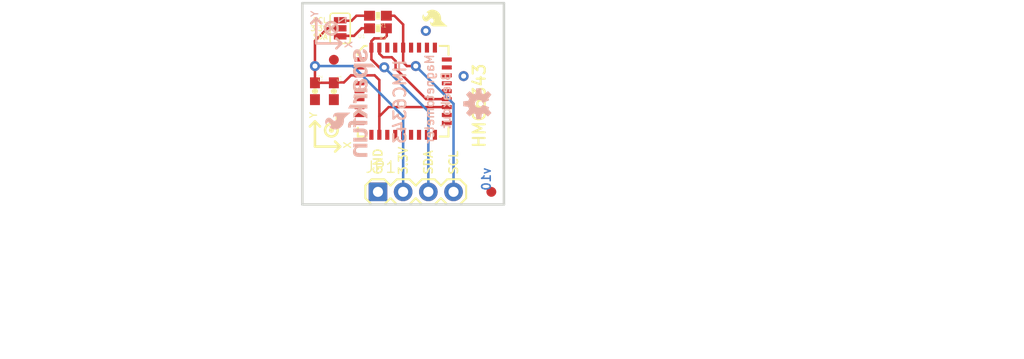
<source format=kicad_pcb>
(kicad_pcb (version 20211014) (generator pcbnew)
  (layers (0 "F.Cu" signal) (31 "B.Cu" signal) (34 "B.Paste" user) (35 "F.Paste" user) (36 "B.SilkS" user "B.Silkscreen") (37 "F.SilkS" user "F.Silkscreen") (38 "B.Mask" user) (39 "F.Mask" user) (44 "Edge.Cuts" user))
  (net 0 "")
  (net 1 "GND")
  (net 2 "3.3V")
  (net 3 "N$1")
  (net 4 "N$4")
  (net 5 "N$5")
  (net 6 "SCL")
  (net 7 "SDA")
  (footprint "boardEagle:SJ_3_PASTE1&2&3" (layer "F.Cu") (at 142.1511 97.3836 90)
    (fp_text reference "SJ1" (at -1.27 -1.27 90) (layer "F.SilkS") (effects (font (size 0.373888 0.373888) (thickness 0.032512)) (justify left bottom)))
    (fp_text value "")
    (fp_line (start -1.524 0.762) (end -1.524 -0.762) (layer "F.SilkS") (width 0.1524))
    (fp_line (start -1.27 -1.016) (end 1.27 -1.016) (layer "F.SilkS") (width 0.1524))
    (fp_line (start 1.524 0.762) (end 1.524 -0.762) (layer "F.SilkS") (width 0.1524))
    (fp_line (start 1.27 1.016) (end -1.27 1.016) (layer "F.SilkS") (width 0.1524))
    (fp_arc (start -1.27 1.016) (mid -1.449605 0.941605) (end -1.524 0.762) (layer "F.SilkS") (width 0.1524))
    (fp_arc (start 1.27 -1.016) (mid 1.449605 -0.941605) (end 1.524 -0.762) (layer "F.SilkS") (width 0.1524))
    (fp_arc (start 1.524 0.762) (mid 1.449605 0.941605) (end 1.27 1.016) (layer "F.SilkS") (width 0.1524))
    (fp_arc (start -1.524 -0.762) (mid -1.449605 -0.941605) (end -1.27 -1.016) (layer "F.SilkS") (width 0.1524))
    (pad "1" smd rect (at -0.8128 0 90) (size 0.635 1.27) (layers "F.Cu" "F.Mask") (net 5 "N$5"))
    (pad "2" smd rect (at 0 0 90) (size 0.635 1.27) (layers "F.Cu" "F.Mask") (net 2 "3.3V"))
    (pad "3" smd rect (at 0.8128 0 90) (size 0.635 1.27) (layers "F.Cu" "F.Mask") (net 4 "N$4"))
  )
  (footprint "boardEagle:STAND-OFF" (layer "F.Cu") (at 140.8811 112.6236)
    (fp_text reference "STANDOFF2" hide)
    (fp_text value "STAND-OFF" hide)
    (pad "" np_thru_hole circle (at 0 0) (size 3.302 3.302) (drill 3.302) (layers *.Cu *.Mask))
  )
  (footprint "boardEagle:FIDUCIAL-1X2" (layer "F.Cu") (at 141.5161 100.5586)
    (fp_text reference "FID2" hide)
    (fp_text value "FIDUCIAL1X2" hide)
    (pad "1" smd roundrect (at 0 0) (size 1 1) (layers "F.Cu" "F.Mask") (roundrect_rratio 0.5))
  )
  (footprint "boardEagle:CREATIVE_COMMONS" (layer "F.Cu") (at 128.1811 130.4036)
    (fp_text reference "FRAME1" hide)
    (fp_text value "FRAME-LETTER" hide)
  )
  (footprint "boardEagle:SFE_LOGO_FLAME_.1" (layer "F.Cu") (at 153.3271 97.5106 90)
    (fp_text reference "LOGO1" hide)
    (fp_text value "SFE_LOGO_FLAME.1_INCH" hide)
    (fp_poly (pts (xy 1.4 -2.87) (xy 1.54 -2.8) (xy 1.58 -2.77) (xy 1.59 -2.76) (xy 1.58 -2.76) (xy 1.56 -2.77) (xy 1.5 -2.77) (xy 1.46 -2.76) (xy 1.41 -2.75) (xy 1.37 -2.73) (xy 1.33 -2.7) (xy 1.31 -2.67) (xy 1.3 -2.65) (xy 1.29 -2.62) (xy 1.29 -2.56) (xy 1.3 -2.52) (xy 1.34 -2.46) (xy 1.4 -2.4) (xy 1.44 -2.37) (xy 1.47 -2.35) (xy 1.51 -2.33) (xy 1.59 -2.31) (xy 1.62 -2.31) (xy 1.65 -2.32) (xy 1.68 -2.35) (xy 1.69 -2.37) (xy 1.7 -2.4) (xy 1.7 -2.49) (xy 1.78 -2.44) (xy 1.86 -2.35) (xy 1.93 -2.24) (xy 1.98 -2.09) (xy 2.01 -1.93) (xy 2 -1.76) (xy 1.95 -1.57) (xy 1.85 -1.39) (xy 1.78 -1.3) (xy 1.7 -1.22) (xy 1.62 -1.15) (xy 1.52 -1.09) (xy 1.42 -1.05) (xy 1.31 -1.02) (xy 1.19 -1) (xy 1 -1) (xy 0.94 -0.99) (xy 0.84 -0.93) (xy 0.74 -0.83) (xy 0.62 -0.69) (xy 0.5 -0.57) (xy 0.45 -0.51) (xy 0.4 -0.46) (xy 0.37 -0.41) (xy 0.32 -0.36) (xy 0.32 -1.73) (xy 0.33 -1.81) (xy 0.35 -1.88) (xy 0.41 -1.98) (xy 0.46 -2.02) (xy 0.5 -2.05) (xy 0.55 -2.07) (xy 0.6 -2.08) (xy 0.66 -2.09) (xy 0.78 -2.09) (xy 0.82 -2.07) (xy 0.81 -2.06) (xy 0.77 -2.04) (xy 0.74 -2.03) (xy 0.68 -1.97) (xy 0.67 -1.94) (xy 0.67 -1.9) (xy 0.68 -1.87) (xy 0.7 -1.84) (xy 0.76 -1.78) (xy 0.81 -1.76) (xy 0.86 -1.75) (xy 0.94 -1.75) (xy 1.02 -1.77) (xy 1.08 -1.81) (xy 1.12 -1.86) (xy 1.14 -1.92) (xy 1.14 -1.99) (xy 1.11 -2.07) (xy 1.04 -2.14) (xy 0.96 -2.23) (xy 0.89 -2.31) (xy 0.84 -2.4) (xy 0.82 -2.49) (xy 0.82 -2.57) (xy 0.85 -2.66) (xy 0.9 -2.74) (xy 0.99 -2.81) (xy 1.1 -2.87) (xy 1.21 -2.89) (xy 1.31 -2.89)) (layer "F.SilkS") (width 0) (fill solid))
  )
  (footprint "boardEagle:FIDUCIAL-1X2" (layer "F.Cu") (at 157.3911 113.8936)
    (fp_text reference "FID1" hide)
    (fp_text value "FIDUCIAL1X2" hide)
    (pad "1" smd roundrect (at 0 0) (size 1 1) (layers "F.Cu" "F.Mask") (roundrect_rratio 0.5))
  )
  (footprint "boardEagle:0603-CAP" (layer "F.Cu") (at 139.6111 103.7336 -90)
    (fp_text reference "C2" (at -0.889 -0.762 -90) (layer "F.SilkS") (effects (font (size 0.373888 0.373888) (thickness 0.032512)) (justify left bottom)))
    (fp_text value "1.0uF")
    (fp_line (start 0 -0.0305) (end 0 0.0305) (layer "F.SilkS") (width 0.5588))
    (pad "1" smd rect (at -0.85 0 270) (size 1.1 1) (layers "F.Cu" "F.Paste" "F.Mask") (net 2 "3.3V"))
    (pad "2" smd rect (at 0.85 0 270) (size 1.1 1) (layers "F.Cu" "F.Paste" "F.Mask") (net 1 "GND"))
  )
  (footprint "boardEagle:0603-CAP" (layer "F.Cu") (at 141.5161 103.7336 -90)
    (fp_text reference "C1" (at -0.889 -0.762 -90) (layer "F.SilkS") (effects (font (size 0.373888 0.373888) (thickness 0.032512)) (justify left bottom)))
    (fp_text value "0.1uF")
    (fp_line (start 0 -0.0305) (end 0 0.0305) (layer "F.SilkS") (width 0.5588))
    (pad "1" smd rect (at -0.85 0 270) (size 1.1 1) (layers "F.Cu" "F.Paste" "F.Mask") (net 2 "3.3V"))
    (pad "2" smd rect (at 0.85 0 270) (size 1.1 1) (layers "F.Cu" "F.Paste" "F.Mask") (net 1 "GND"))
  )
  (footprint "boardEagle:STAND-OFF" (layer "F.Cu") (at 156.1211 97.3836)
    (fp_text reference "STANDOFF1" hide)
    (fp_text value "STAND-OFF" hide)
    (pad "" np_thru_hole circle (at 0 0) (size 3.302 3.302) (drill 3.302) (layers *.Cu *.Mask))
  )
  (footprint "boardEagle:LCC36" (layer "F.Cu") (at 148.5011 103.7336)
    (fp_text reference "U1" (at -4.572 -5.334) (layer "F.SilkS") (effects (font (size 0.373888 0.373888) (thickness 0.032512)) (justify left bottom)))
    (fp_text value "HMC6343A")
    (fp_line (start -3.937 -4.572) (end -3.683 -4.572) (layer "F.SilkS") (width 0.2032))
    (fp_line (start 3.683 -4.572) (end 4.572 -4.572) (layer "F.SilkS") (width 0.2032))
    (fp_line (start -4.572 3.683) (end -4.572 4.572) (layer "F.SilkS") (width 0.2032))
    (fp_line (start 4.572 4.572) (end 3.683 4.572) (layer "F.SilkS") (width 0.2032))
    (fp_line (start 4.572 3.683) (end 4.572 4.572) (layer "F.SilkS") (width 0.2032))
    (fp_line (start -4.572 -3.683) (end -4.572 -3.937) (layer "F.SilkS") (width 0.2032))
    (fp_line (start -4.572 -3.937) (end -3.937 -4.572) (layer "F.SilkS") (width 0.2032))
    (fp_line (start 4.572 -4.572) (end 4.572 -3.683) (layer "F.SilkS") (width 0.2032))
    (fp_line (start -4.572 4.572) (end -3.683 4.572) (layer "F.SilkS") (width 0.2032))
    (pad "1" smd rect (at -4.4 -3.2 90) (size 0.42 1) (layers "F.Cu" "F.Paste" "F.Mask"))
    (pad "2" smd rect (at -4.4 -2.4 90) (size 0.42 1) (layers "F.Cu" "F.Paste" "F.Mask"))
    (pad "3" smd rect (at -4.4 -1.6 90) (size 0.42 1) (layers "F.Cu" "F.Paste" "F.Mask") (net 2 "3.3V"))
    (pad "4" smd rect (at -4.4 -0.8 90) (size 0.42 1) (layers "F.Cu" "F.Paste" "F.Mask"))
    (pad "5" smd rect (at -4.4 0 90) (size 0.42 1) (layers "F.Cu" "F.Paste" "F.Mask"))
    (pad "6" smd rect (at -4.4 0.8 90) (size 0.42 1) (layers "F.Cu" "F.Paste" "F.Mask"))
    (pad "7" smd rect (at -4.4 1.6 90) (size 0.42 1) (layers "F.Cu" "F.Paste" "F.Mask"))
    (pad "8" smd rect (at -4.4 2.4 90) (size 0.42 1) (layers "F.Cu" "F.Paste" "F.Mask"))
    (pad "9" smd rect (at -4.4 3.2 90) (size 0.42 1) (layers "F.Cu" "F.Paste" "F.Mask"))
    (pad "10" smd rect (at -3.2 4.4 180) (size 0.42 1) (layers "F.Cu" "F.Paste" "F.Mask"))
    (pad "11" smd rect (at -2.4 4.4 180) (size 0.42 1) (layers "F.Cu" "F.Paste" "F.Mask") (net 2 "3.3V"))
    (pad "12" smd rect (at -1.6 4.4 180) (size 0.42 1) (layers "F.Cu" "F.Paste" "F.Mask"))
    (pad "13" smd rect (at -0.8 4.4 180) (size 0.42 1) (layers "F.Cu" "F.Paste" "F.Mask"))
    (pad "14" smd rect (at 0 4.4 180) (size 0.42 1) (layers "F.Cu" "F.Paste" "F.Mask"))
    (pad "15" smd rect (at 0.8 4.4 180) (size 0.42 1) (layers "F.Cu" "F.Paste" "F.Mask"))
    (pad "16" smd rect (at 1.6 4.4 180) (size 0.42 1) (layers "F.Cu" "F.Paste" "F.Mask"))
    (pad "17" smd rect (at 2.4 4.4 180) (size 0.42 1) (layers "F.Cu" "F.Paste" "F.Mask"))
    (pad "18" smd rect (at 3.2 4.4 180) (size 0.42 1) (layers "F.Cu" "F.Paste" "F.Mask"))
    (pad "19" smd rect (at 4.4 3.2 270) (size 0.42 1) (layers "F.Cu" "F.Paste" "F.Mask"))
    (pad "20" smd rect (at 4.4 2.4 270) (size 0.42 1) (layers "F.Cu" "F.Paste" "F.Mask"))
    (pad "21" smd rect (at 4.4 1.6 270) (size 0.42 1) (layers "F.Cu" "F.Paste" "F.Mask") (net 2 "3.3V"))
    (pad "22" smd rect (at 4.4 0.8 270) (size 0.42 1) (layers "F.Cu" "F.Paste" "F.Mask") (net 3 "N$1"))
    (pad "23" smd rect (at 4.4 0 270) (size 0.42 1) (layers "F.Cu" "F.Paste" "F.Mask"))
    (pad "24" smd rect (at 4.4 -0.8 270) (size 0.42 1) (layers "F.Cu" "F.Paste" "F.Mask"))
    (pad "25" smd rect (at 4.4 -1.6 270) (size 0.42 1) (layers "F.Cu" "F.Paste" "F.Mask") (net 1 "GND"))
    (pad "26" smd rect (at 4.4 -2.4 270) (size 0.42 1) (layers "F.Cu" "F.Paste" "F.Mask"))
    (pad "27" smd rect (at 4.4 -3.2 270) (size 0.42 1) (layers "F.Cu" "F.Paste" "F.Mask"))
    (pad "28" smd rect (at 3.2 -4.4) (size 0.42 1) (layers "F.Cu" "F.Paste" "F.Mask"))
    (pad "29" smd rect (at 2.4 -4.4) (size 0.42 1) (layers "F.Cu" "F.Paste" "F.Mask") (net 1 "GND"))
    (pad "30" smd rect (at 1.6 -4.4) (size 0.42 1) (layers "F.Cu" "F.Paste" "F.Mask"))
    (pad "31" smd rect (at 0.8 -4.4) (size 0.42 1) (layers "F.Cu" "F.Paste" "F.Mask"))
    (pad "32" smd rect (at 0 -4.4) (size 0.42 1) (layers "F.Cu" "F.Paste" "F.Mask") (net 6 "SCL"))
    (pad "33" smd rect (at -0.8 -4.4) (size 0.42 1) (layers "F.Cu" "F.Paste" "F.Mask"))
    (pad "34" smd rect (at -1.6 -4.4) (size 0.42 1) (layers "F.Cu" "F.Paste" "F.Mask"))
    (pad "35" smd rect (at -2.4 -4.4) (size 0.42 1) (layers "F.Cu" "F.Paste" "F.Mask") (net 3 "N$1"))
    (pad "36" smd rect (at -3.2 -4.4) (size 0.42 1) (layers "F.Cu" "F.Paste" "F.Mask") (net 7 "SDA"))
  )
  (footprint "boardEagle:0603-RES" (layer "F.Cu") (at 145.9611 97.3836 180)
    (fp_text reference "R2" (at -0.889 -0.762 180) (layer "F.SilkS") (effects (font (size 0.373888 0.373888) (thickness 0.032512)) (justify right top)))
    (fp_text value "10K")
    (fp_poly (pts (xy -0.2286 0.381) (xy 0.2286 0.381) (xy 0.2286 -0.381) (xy -0.2286 -0.381)) (layer "F.SilkS") (width 0) (fill solid))
    (pad "1" smd rect (at -0.85 0 180) (size 1.1 1) (layers "F.Cu" "F.Paste" "F.Mask") (net 7 "SDA"))
    (pad "2" smd rect (at 0.85 0 180) (size 1.1 1) (layers "F.Cu" "F.Paste" "F.Mask") (net 5 "N$5"))
  )
  (footprint "boardEagle:0603-RES" (layer "F.Cu") (at 145.9611 96.1136 180)
    (fp_text reference "R1" (at -0.889 -0.762 180) (layer "F.SilkS") (effects (font (size 0.373888 0.373888) (thickness 0.032512)) (justify right top)))
    (fp_text value "10K")
    (fp_poly (pts (xy -0.2286 0.381) (xy 0.2286 0.381) (xy 0.2286 -0.381) (xy -0.2286 -0.381)) (layer "F.SilkS") (width 0) (fill solid))
    (pad "1" smd rect (at -0.85 0 180) (size 1.1 1) (layers "F.Cu" "F.Paste" "F.Mask") (net 6 "SCL"))
    (pad "2" smd rect (at 0.85 0 180) (size 1.1 1) (layers "F.Cu" "F.Paste" "F.Mask") (net 4 "N$4"))
  )
  (footprint "boardEagle:1X04" (layer "F.Cu") (at 145.9611 113.8936)
    (fp_text reference "JP1" (at -1.3462 -1.8288) (layer "F.SilkS") (effects (font (size 1.143 1.143) (thickness 0.127)) (justify left bottom)))
    (fp_text value "")
    (fp_line (start 0.635 1.27) (end -0.635 1.27) (layer "F.SilkS") (width 0.2032))
    (fp_line (start 3.175 -1.27) (end 3.81 -0.635) (layer "F.SilkS") (width 0.2032))
    (fp_line (start -1.27 -0.635) (end -1.27 0.635) (layer "F.SilkS") (width 0.2032))
    (fp_line (start 3.175 1.27) (end 1.905 1.27) (layer "F.SilkS") (width 0.2032))
    (fp_line (start 1.27 0.635) (end 0.635 1.27) (layer "F.SilkS") (width 0.2032))
    (fp_line (start 6.35 0.635) (end 6.985 1.27) (layer "F.SilkS") (width 0.2032))
    (fp_line (start 8.255 1.27) (end 6.985 1.27) (layer "F.SilkS") (width 0.2032))
    (fp_line (start 3.81 0.635) (end 3.175 1.27) (layer "F.SilkS") (width 0.2032))
    (fp_line (start 6.35 0.635) (end 5.715 1.27) (layer "F.SilkS") (width 0.2032))
    (fp_line (start -1.27 0.635) (end -0.635 1.27) (layer "F.SilkS") (width 0.2032))
    (fp_line (start 5.715 1.27) (end 4.445 1.27) (layer "F.SilkS") (width 0.2032))
    (fp_line (start 1.27 -0.635) (end 1.905 -1.27) (layer "F.SilkS") (width 0.2032))
    (fp_line (start 8.89 0.635) (end 8.255 1.27) (layer "F.SilkS") (width 0.2032))
    (fp_line (start -0.635 -1.27) (end -1.27 -0.635) (layer "F.SilkS") (width 0.2032))
    (fp_line (start 6.985 -1.27) (end 6.35 -0.635) (layer "F.SilkS") (width 0.2032))
    (fp_line (start 3.81 -0.635) (end 4.445 -1.27) (layer "F.SilkS") (width 0.2032))
    (fp_line (start 5.715 -1.27) (end 6.35 -0.635) (layer "F.SilkS") (width 0.2032))
    (fp_line (start 4.445 -1.27) (end 5.715 -1.27) (layer "F.SilkS") (width 0.2032))
    (fp_line (start 0.635 -1.27) (end 1.27 -0.635) (layer "F.SilkS") (width 0.2032))
    (fp_line (start 1.905 -1.27) (end 3.175 -1.27) (layer "F.SilkS") (width 0.2032))
    (fp_line (start 8.89 -0.635) (end 8.89 0.635) (layer "F.SilkS") (width 0.2032))
    (fp_line (start 4.445 1.27) (end 3.81 0.635) (layer "F.SilkS") (width 0.2032))
    (fp_line (start 1.905 1.27) (end 1.27 0.635) (layer "F.SilkS") (width 0.2032))
    (fp_line (start 8.255 -1.27) (end 8.89 -0.635) (layer "F.SilkS") (width 0.2032))
    (fp_line (start 6.985 -1.27) (end 8.255 -1.27) (layer "F.SilkS") (width 0.2032))
    (fp_line (start -0.635 -1.27) (end 0.635 -1.27) (layer "F.SilkS") (width 0.2032))
    (pad "1" thru_hole rect (at 0 0 90) (size 1.8796 1.8796) (drill 1.016) (layers *.Cu *.Mask) (net 1 "GND"))
    (pad "2" thru_hole circle (at 2.54 0 90) (size 1.8796 1.8796) (drill 1.016) (layers *.Cu *.Mask) (net 2 "3.3V"))
    (pad "3" thru_hole circle (at 5.08 0 90) (size 1.8796 1.8796) (drill 1.016) (layers *.Cu *.Mask) (net 7 "SDA"))
    (pad "4" thru_hole circle (at 7.62 0 90) (size 1.8796 1.8796) (drill 1.016) (layers *.Cu *.Mask) (net 6 "SCL"))
  )
  (footprint "boardEagle:SFE_LOGO_NAME_FLAME_.1" (layer "B.Cu") (at 145.8341 99.0346 -90)
    (fp_text reference "LOGO2" hide)
    (fp_text value "SFE_LOGO_NAME_FLAME.1_INCH" hide)
    (fp_poly (pts (xy 5.9 2.38) (xy 5.91 2.38) (xy 5.91 2.02) (xy 5.9 2.02) (xy 5.88 2.03) (xy 5.77 2.03) (xy 5.67 2.02) (xy 5.59 2) (xy 5.52 1.96) (xy 5.47 1.9) (xy 5.43 1.83) (xy 5.41 1.76) (xy 5.39 1.67) (xy 5.39 0.94) (xy 5 0.94) (xy 5 2.29) (xy 5.05 2.3) (xy 5.09 2.31) (xy 5.14 2.31) (xy 5.19 2.32) (xy 5.23 2.33) (xy 5.33 2.35) (xy 5.37 2.36) (xy 5.37 2.09) (xy 5.41 2.16) (xy 5.45 2.21) (xy 5.5 2.27) (xy 5.55 2.31) (xy 5.62 2.35) (xy 5.68 2.37) (xy 5.75 2.39) (xy 5.89 2.39)) (layer "B.SilkS") (width 0) (fill solid))
    (fp_poly (pts (xy 4.32 2.38) (xy 4.38 2.38) (xy 4.43 2.37) (xy 4.48 2.35) (xy 4.53 2.34) (xy 4.58 2.32) (xy 4.7 2.23) (xy 4.73 2.19) (xy 4.75 2.15) (xy 4.77 2.1) (xy 4.78 2.05) (xy 4.78 1.18) (xy 4.79 1.16) (xy 4.79 1.07) (xy 4.8 1.05) (xy 4.8 1.03) (xy 4.81 1.01) (xy 4.81 0.98) (xy 4.82 0.96) (xy 4.83 0.95) (xy 4.83 0.94) (xy 4.44 0.94) (xy 4.44 0.95) (xy 4.43 0.96) (xy 4.43 0.97) (xy 4.42 0.98) (xy 4.42 1.01) (xy 4.41 1.02) (xy 4.41 1.08) (xy 4.39 1.05) (xy 4.36 1.03) (xy 4.34 1.01) (xy 4.31 0.99) (xy 4.28 0.98) (xy 4.25 0.96) (xy 4.13 0.92) (xy 4.1 0.92) (xy 4.07 0.91) (xy 4.03 0.91) (xy 4 0.9) (xy 3.89 0.9) (xy 3.84 0.91) (xy 3.79 0.91) (xy 3.75 0.92) (xy 3.7 0.94) (xy 3.66 0.96) (xy 3.63 0.98) (xy 3.59 1) (xy 3.56 1.03) (xy 3.54 1.06) (xy 3.51 1.1) (xy 3.49 1.13) (xy 3.48 1.18) (xy 3.46 1.22) (xy 3.46 1.27) (xy 3.45 1.32) (xy 3.47 1.43) (xy 3.5 1.52) (xy 3.54 1.59) (xy 3.61 1.65) (xy 3.68 1.69) (xy 3.76 1.72) (xy 3.84 1.74) (xy 3.93 1.75) (xy 4.01 1.54) (xy 3.98 1.53) (xy 3.96 1.52) (xy 3.95 1.51) (xy 3.91 1.49) (xy 3.9 1.48) (xy 3.88 1.47) (xy 3.85 1.41) (xy 3.85 1.39) (xy 3.84 1.37) (xy 3.84 1.32) (xy 3.85 1.29) (xy 3.85 1.27) (xy 3.86 1.25) (xy 3.87 1.24) (xy 3.88 1.22) (xy 3.9 1.21) (xy 3.91 1.2) (xy 3.95 1.18) (xy 3.97 1.18) (xy 3.99 1.17) (xy 4.01 1.17) (xy 4.03 1.16) (xy 4.08 1.16) (xy 4.13 1.17) (xy 4.18 1.17) (xy 4.22 1.19) (xy 4.26 1.2) (xy 4.29 1.22) (xy 4.31 1.24) (xy 4.33 1.27) (xy 4.35 1.29) (xy 4.37 1.35) (xy 4.38 1.37) (xy 4.39 1.4) (xy 4.39 1.63) (xy 4.37 1.61) (xy 4.35 1.61) (xy 4.31 1.59) (xy 4.29 1.59) (xy 4.27 1.58) (xy 4.23 1.58) (xy 4.18 1.78) (xy 4.25 1.8) (xy 4.31 1.82) (xy 4.36 1.85) (xy 4.39 1.89) (xy 4.39 2) (xy 4.36 2.06) (xy 4.35 2.07) (xy 4.34 2.09) (xy 4.28 2.12) (xy 4.26 2.12) (xy 4.24 2.13) (xy 4.06 2.13) (xy 3.96 2.08) (xy 3.92 2.04) (xy 3.91 2.02) (xy 3.9 1.99) (xy 3.89 1.97) (xy 3.89 1.92) (xy 3.5 1.92) (xy 3.52 2.04) (xy 3.54 2.1) (xy 3.57 2.14) (xy 3.6 2.19) (xy 3.63 2.23) (xy 3.67 2.26) (xy 3.77 2.32) (xy 3.82 2.34) (xy 3.87 2.35) (xy 3.93 2.37) (xy 3.99 2.38) (xy 4.04 2.39) (xy 4.27 2.39)) (layer "B.SilkS") (width 0) (fill solid))
    (fp_poly (pts (xy 2.85 2.38) (xy 2.99 2.33) (xy 3.1 2.26) (xy 3.19 2.16) (xy 3.26 2.05) (xy 3.3 1.92) (xy 3.33 1.78) (xy 3.34 1.63) (xy 2.95 1.64) (xy 2.95 1.73) (xy 2.94 1.81) (xy 2.91 1.89) (xy 2.88 1.96) (xy 2.83 2.02) (xy 2.77 2.06) (xy 2.7 2.09) (xy 2.61 2.1) (xy 2.53 2.09) (xy 2.45 2.06) (xy 2.4 2.02) (xy 2.35 1.96) (xy 2.32 1.89) (xy 2.29 1.81) (xy 2.28 1.73) (xy 2.28 1.56) (xy 2.32 1.4) (xy 2.35 1.33) (xy 2.4 1.28) (xy 2.46 1.23) (xy 2.53 1.21) (xy 2.62 1.2) (xy 2.7 1.21) (xy 2.78 1.23) (xy 2.84 1.28) (xy 2.88 1.33) (xy 2.91 1.4) (xy 3.25 1.24) (xy 3.19 1.13) (xy 3.1 1.04) (xy 2.99 0.96) (xy 2.87 0.92) (xy 2.72 0.9) (xy 2.54 0.93) (xy 2.48 0.96) (xy 2.38 1.02) (xy 2.3 1.12) (xy 2.29 1.12) (xy 2.29 0.1) (xy 2.2 0.19) (xy 2.05 0.31) (xy 1.96 0.4) (xy 1.91 0.44) (xy 1.91 2.29) (xy 1.95 2.3) (xy 2 2.31) (xy 2.05 2.31) (xy 2.09 2.32) (xy 2.14 2.33) (xy 2.18 2.34) (xy 2.28 2.36) (xy 2.28 2.18) (xy 2.32 2.23) (xy 2.36 2.27) (xy 2.41 2.31) (xy 2.51 2.37) (xy 2.63 2.39) (xy 2.7 2.39)) (layer "B.SilkS") (width 0) (fill solid))
    (fp_poly (pts (xy 7.95 5.16) (xy 8.03 5.13) (xy 8.09 5.1) (xy 8.13 5.07) (xy 8.14 5.06) (xy 8.11 5.06) (xy 8.08 5.07) (xy 8.05 5.07) (xy 8.01 5.06) (xy 7.96 5.05) (xy 7.92 5.03) (xy 7.88 5) (xy 7.86 4.97) (xy 7.85 4.94) (xy 7.84 4.92) (xy 7.83 4.89) (xy 7.84 4.86) (xy 7.85 4.82) (xy 7.87 4.79) (xy 7.89 4.75) (xy 7.92 4.72) (xy 7.95 4.7) (xy 7.99 4.67) (xy 8.02 4.65) (xy 8.1 4.61) (xy 8.17 4.61) (xy 8.2 4.62) (xy 8.23 4.64) (xy 8.25 4.7) (xy 8.25 4.78) (xy 8.33 4.74) (xy 8.41 4.65) (xy 8.48 4.53) (xy 8.53 4.39) (xy 8.56 4.23) (xy 8.55 4.05) (xy 8.5 3.87) (xy 8.4 3.69) (xy 8.33 3.6) (xy 8.25 3.52) (xy 8.17 3.45) (xy 8.07 3.39) (xy 7.97 3.35) (xy 7.86 3.32) (xy 7.74 3.3) (xy 7.55 3.3) (xy 7.49 3.29) (xy 7.44 3.26) (xy 7.34 3.18) (xy 7.29 3.12) (xy 7.16 2.99) (xy 7.11 2.92) (xy 7.05 2.86) (xy 7 2.8) (xy 6.95 2.75) (xy 6.92 2.71) (xy 6.89 2.68) (xy 6.87 2.65) (xy 6.86 2.65) (xy 6.86 3.93) (xy 6.88 4.11) (xy 6.9 4.17) (xy 6.93 4.23) (xy 6.96 4.28) (xy 7.01 4.31) (xy 7.05 4.34) (xy 7.15 4.38) (xy 7.21 4.39) (xy 7.29 4.39) (xy 7.33 4.38) (xy 7.35 4.38) (xy 7.37 4.37) (xy 7.36 4.36) (xy 7.32 4.34) (xy 7.29 4.33) (xy 7.25 4.29) (xy 7.23 4.26) (xy 7.22 4.23) (xy 7.22 4.2) (xy 7.23 4.17) (xy 7.25 4.13) (xy 7.28 4.1) (xy 7.31 4.08) (xy 7.36 4.06) (xy 7.41 4.05) (xy 7.49 4.05) (xy 7.57 4.07) (xy 7.63 4.11) (xy 7.67 4.16) (xy 7.69 4.22) (xy 7.69 4.29) (xy 7.66 4.36) (xy 7.59 4.44) (xy 7.51 4.53) (xy 7.44 4.61) (xy 7.39 4.7) (xy 7.37 4.79) (xy 7.37 4.87) (xy 7.4 4.96) (xy 7.45 5.03) (xy 7.54 5.11) (xy 7.65 5.17) (xy 7.76 5.19) (xy 7.86 5.19)) (layer "B.SilkS") (width 0) (fill solid))
    (fp_poly (pts (xy 1.31 2.37) (xy 1.41 2.34) (xy 1.5 2.3) (xy 1.58 2.24) (xy 1.64 2.16) (xy 1.69 2.06) (xy 1.71 1.94) (xy 1.34 1.94) (xy 1.33 1.99) (xy 1.31 2.04) (xy 1.29 2.07) (xy 1.26 2.09) (xy 1.22 2.11) (xy 1.17 2.13) (xy 1 2.13) (xy 0.97 2.12) (xy 0.93 2.11) (xy 0.9 2.1) (xy 0.86 2.04) (xy 0.86 2) (xy 0.87 1.96) (xy 0.9 1.92) (xy 0.94 1.89) (xy 1 1.86) (xy 1.06 1.84) (xy 1.14 1.83) (xy 1.38 1.77) (xy 1.47 1.75) (xy 1.61 1.67) (xy 1.67 1.62) (xy 1.71 1.56) (xy 1.74 1.49) (xy 1.75 1.4) (xy 1.73 1.27) (xy 1.69 1.16) (xy 1.63 1.08) (xy 1.55 1.01) (xy 1.45 0.96) (xy 1.34 0.93) (xy 1.22 0.91) (xy 1.1 0.9) (xy 0.98 0.91) (xy 0.86 0.93) (xy 0.75 0.96) (xy 0.65 1.01) (xy 0.57 1.08) (xy 0.5 1.17) (xy 0.46 1.27) (xy 0.44 1.4) (xy 0.81 1.4) (xy 0.81 1.34) (xy 0.83 1.29) (xy 0.86 1.25) (xy 0.94 1.19) (xy 1 1.18) (xy 1.05 1.17) (xy 1.11 1.16) (xy 1.15 1.17) (xy 1.19 1.17) (xy 1.23 1.18) (xy 1.27 1.2) (xy 1.31 1.23) (xy 1.34 1.26) (xy 1.36 1.34) (xy 1.35 1.38) (xy 1.33 1.42) (xy 1.29 1.45) (xy 1.24 1.48) (xy 1.18 1.5) (xy 1.02 1.54) (xy 0.92 1.56) (xy 0.83 1.58) (xy 0.75 1.61) (xy 0.68 1.64) (xy 0.61 1.68) (xy 0.55 1.72) (xy 0.51 1.78) (xy 0.48 1.85) (xy 0.47 1.94) (xy 0.48 2.06) (xy 0.52 2.16) (xy 0.59 2.24) (xy 0.66 2.3) (xy 0.76 2.35) (xy 0.86 2.37) (xy 0.97 2.39) (xy 1.2 2.39)) (layer "B.SilkS") (width 0) (fill solid))
    (fp_poly (pts (xy 8.37 2.88) (xy 8.37 2.6) (xy 8.2 2.6) (xy 8.16 2.59) (xy 8.12 2.57) (xy 8.1 2.54) (xy 8.09 2.52) (xy 8.09 2.48) (xy 8.08 2.44) (xy 8.08 2.36) (xy 8.35 2.36) (xy 8.35 2.1) (xy 8.08 2.1) (xy 8.08 0.94) (xy 7.7 0.94) (xy 7.7 2.1) (xy 7.31 2.1) (xy 7.35 2.13) (xy 7.51 2.29) (xy 7.55 2.32) (xy 7.58 2.36) (xy 7.7 2.36) (xy 7.7 2.56) (xy 7.73 2.64) (xy 7.76 2.71) (xy 7.81 2.77) (xy 7.88 2.82) (xy 7.96 2.86) (xy 8.06 2.89) (xy 8.35 2.89)) (layer "B.SilkS") (width 0) (fill solid))
    (fp_poly (pts (xy 10.95 2.38) (xy 11.06 2.35) (xy 11.15 2.3) (xy 11.22 2.23) (xy 11.27 2.15) (xy 11.3 2.05) (xy 11.32 1.94) (xy 11.33 1.81) (xy 11.33 0.94) (xy 10.94 0.94) (xy 10.94 1.74) (xy 10.93 1.82) (xy 10.92 1.89) (xy 10.91 1.95) (xy 10.88 2) (xy 10.85 2.04) (xy 10.8 2.07) (xy 10.75 2.08) (xy 10.69 2.09) (xy 10.61 2.08) (xy 10.55 2.07) (xy 10.5 2.04) (xy 10.46 1.99) (xy 10.43 1.94) (xy 10.4 1.87) (xy 10.39 1.78) (xy 10.39 0.94) (xy 10 0.94) (xy 10 2.36) (xy 10.37 2.36) (xy 10.37 2.16) (xy 10.38 2.16) (xy 10.42 2.22) (xy 10.46 2.26) (xy 10.51 2.3) (xy 10.57 2.34) (xy 10.69 2.38) (xy 10.75 2.39) (xy 10.81 2.39)) (layer "B.SilkS") (width 0) (fill solid))
    (fp_poly (pts (xy 6.45 1.85) (xy 6.94 2.36) (xy 7.4 2.36) (xy 6.87 1.84) (xy 7.46 0.94) (xy 6.99 0.94) (xy 6.6 1.57) (xy 6.45 1.43) (xy 6.45 0.94) (xy 6.06 0.94) (xy 6.06 2.68) (xy 6.45 2.89)) (layer "B.SilkS") (width 0) (fill solid))
    (fp_poly (pts (xy 4.23 1.58) (xy 4.21 1.57) (xy 4.19 1.57) (xy 4.16 1.56) (xy 4.12 1.56) (xy 4.09 1.55) (xy 4.05 1.55) (xy 4.03 1.54) (xy 4.01 1.54) (xy 3.93 1.75) (xy 4.11 1.77) (xy 4.18 1.78)) (layer "B.SilkS") (width 0) (fill solid))
    (fp_poly (pts (xy 8.85 1.56) (xy 8.87 1.4) (xy 8.88 1.34) (xy 8.94 1.26) (xy 8.99 1.23) (xy 9.04 1.22) (xy 9.1 1.21) (xy 9.18 1.22) (xy 9.24 1.23) (xy 9.29 1.26) (xy 9.33 1.3) (xy 9.36 1.36) (xy 9.39 1.43) (xy 9.4 1.51) (xy 9.4 2.36) (xy 9.79 2.36) (xy 9.79 0.94) (xy 9.42 0.94) (xy 9.42 1.14) (xy 9.41 1.14) (xy 9.37 1.08) (xy 9.33 1.03) (xy 9.28 0.99) (xy 9.22 0.96) (xy 9.17 0.94) (xy 9.11 0.92) (xy 9.04 0.91) (xy 8.98 0.9) (xy 8.84 0.91) (xy 8.73 0.95) (xy 8.64 1) (xy 8.57 1.06) (xy 8.52 1.15) (xy 8.49 1.25) (xy 8.47 1.36) (xy 8.47 2.36) (xy 8.85 2.36)) (layer "B.SilkS") (width 0) (fill solid))
    (fp_poly (pts (xy 3.34 1.63) (xy 3.33 1.49) (xy 3.3 1.36) (xy 3.25 1.24) (xy 2.91 1.4) (xy 2.94 1.48) (xy 2.95 1.56) (xy 2.95 1.64)) (layer "B.SilkS") (width 0) (fill solid))
  )
  (footprint "boardEagle:OSHW-LOGO-S" (layer "B.Cu") (at 156.1211 105.0036 -90)
    (fp_text reference "LOGO3" hide)
    (fp_text value "OSHW-LOGOS" hide)
    (fp_poly (pts (xy 0.301647 1.061351) (xy 0.42347 1.022344) (xy 0.537177 0.963769) (xy 0.92862 1.282946) (xy 1.282946 0.92862) (xy 0.961035 0.533823) (xy 1.057046 0.302084) (xy 1.5638 0.250561) (xy 1.5638 -0.250561) (xy 1.057046 -0.302084) (xy 0.961035 -0.533823) (xy 1.282946 -0.92862) (xy 0.92862 -1.282946) (xy 0.537177 -0.96377) (xy 0.356601 -1.056794) (xy 0.088679 -0.410073) (xy 0.326262 -0.2176) (xy 0.373649 -0.121468) (xy 0.392729 -0.010339) (xy 0.379464 0.101634) (xy 0.334947 0.205229) (xy 0.262842 0.291918) (xy 0.169087 0.354561) (xy 0.061406 0.387999) (xy -0.051342 0.38948) (xy -0.159868 0.358881) (xy -0.255234 0.298724) (xy -0.329589 0.213962) (xy -0.376813 0.111569) (xy -0.392176 0.005767) (xy -0.322923 -0.222565) (xy -0.249312 -0.303773) (xy 0.091677 -0.5081) (xy -0.12929 -0.5081) (xy -0.355332 -1.053732) (xy -0.506597 -0.983577) (xy -0.538922 -0.965192) (xy -0.92862 -1.282946) (xy -1.282946 -0.92862) (xy -0.961035 -0.533823) (xy -1.057046 -0.302084) (xy -1.5638 -0.250561) (xy -1.5638 0.250561) (xy -1.057046 0.302084) (xy -0.961035 0.533823) (xy -1.282946 0.92862) (xy -0.92862 1.282946) (xy -0.533823 0.961035) (xy -0.302084 1.057046) (xy -0.250561 1.5638) (xy 0.250561 1.5638)) (layer "B.SilkS") (width 0) (fill solid))
  )
  (gr_circle (center 141.2621 97.3836) (end 141.8971 97.3836) (layer "B.SilkS") (width 0.254) (fill none))
  (gr_line (start 142.2781 98.9076) (end 141.7701 98.3996) (layer "B.SilkS") (width 0.254))
  (gr_line (start 141.5161 97.1296) (end 141.0081 97.6376) (layer "B.SilkS") (width 0.254))
  (gr_line (start 139.7381 96.3676) (end 139.2301 96.8756) (layer "B.SilkS") (width 0.254))
  (gr_line (start 142.2781 98.9076) (end 141.7701 99.4156) (layer "B.SilkS") (width 0.254))
  (gr_line (start 141.0081 97.1296) (end 141.5161 97.6376) (layer "B.SilkS") (width 0.254))
  (gr_line (start 139.7381 98.9076) (end 139.7381 96.3676) (layer "B.SilkS") (width 0.254))
  (gr_line (start 139.7381 96.3676) (end 140.2461 96.8756) (layer "B.SilkS") (width 0.254))
  (gr_line (start 139.7381 98.9076) (end 142.2781 98.9076) (layer "B.SilkS") (width 0.254))
  (gr_line (start 142.1511 109.3216) (end 141.6431 109.8296) (layer "F.SilkS") (width 0.254))
  (gr_line (start 139.6111 109.3216) (end 142.1511 109.3216) (layer "F.SilkS") (width 0.254))
  (gr_circle (center 141.2621 107.6706) (end 141.8971 107.6706) (layer "F.SilkS") (width 0.254) (fill none))
  (gr_line (start 142.1511 109.3216) (end 141.6431 108.8136) (layer "F.SilkS") (width 0.254))
  (gr_circle (center 141.2621 107.6706) (end 141.3891 107.6706) (layer "F.SilkS") (width 0.254) (fill none))
  (gr_line (start 139.6111 106.7816) (end 140.1191 107.2896) (layer "F.SilkS") (width 0.254))
  (gr_line (start 139.6111 106.7816) (end 139.1031 107.2896) (layer "F.SilkS") (width 0.254))
  (gr_line (start 139.6111 109.3216) (end 139.6111 106.7816) (layer "F.SilkS") (width 0.254))
  (gr_line (start 138.3411 94.8436) (end 138.3411 115.1636) (layer "Edge.Cuts") (width 0.254))
  (gr_line (start 158.6611 94.8436) (end 138.3411 94.8436) (layer "Edge.Cuts") (width 0.254))
  (gr_line (start 138.3411 115.1636) (end 158.6611 115.1636) (layer "Edge.Cuts") (width 0.254))
  (gr_line (start 158.6611 115.1636) (end 158.6611 94.8436) (layer "Edge.Cuts") (width 0.254))
  (gr_text "v10" (at 157.3911 111.3536 -270) (layer "B.Cu") (effects (font (size 0.8636 0.8636) (thickness 0.1524)) (justify left bottom mirror)))
  (gr_text "Y" (at 139.9921 95.5421 -270) (layer "B.SilkS") (effects (font (size 0.69088 0.69088) (thickness 0.12192)) (justify left bottom mirror)))
  (gr_text "Magnetometer" (at 151.6761 99.9236 -270) (layer "B.SilkS") (effects (font (size 0.8636 0.8636) (thickness 0.1524)) (justify left bottom mirror)))
  (gr_text "Breakout" (at 153.3271 101.7016 -270) (layer "B.SilkS") (effects (font (size 0.8636 0.8636) (thickness 0.1524)) (justify left bottom mirror)))
  (gr_text "Z" (at 142.7861 96.1136 -270) (layer "B.SilkS") (effects (font (size 0.69088 0.69088) (thickness 0.12192)) (justify left bottom mirror)))
  (gr_text "X" (at 143.4211 98.6155 -270) (layer "B.SilkS") (effects (font (size 0.69088 0.69088) (thickness 0.12192)) (justify left bottom mirror)))
  (gr_text "HMC6343" (at 148.8821 100.4316 -270) (layer "B.SilkS") (effects (font (size 1.20904 1.20904) (thickness 0.21336)) (justify left bottom mirror)))
  (gr_text "HMC6343" (at 156.8831 109.5756 90) (layer "F.SilkS") (effects (font (size 1.20904 1.20904) (thickness 0.21336)) (justify left bottom)))
  (gr_text "3.3V" (at 139.1031 97.7011) (layer "F.SilkS") (effects (font (size 0.51816 0.51816) (thickness 0.09144)) (justify left bottom)))
  (gr_text "GND" (at 146.4691 112.2426 90) (layer "F.SilkS") (effects (font (size 0.8636 0.8636) (thickness 0.1524)) (justify left bottom)))
  (gr_text "SDA" (at 151.5491 112.2426 90) (layer "F.SilkS") (effects (font (size 0.8636 0.8636) (thickness 0.1524)) (justify left bottom)))
  (gr_text "Z" (at 142.5321 106.7816 90) (layer "F.SilkS") (effects (font (size 0.69088 0.69088) (thickness 0.12192)) (justify left bottom)))
  (gr_text "Y" (at 139.8651 106.5276 90) (layer "F.SilkS") (effects (font (size 0.69088 0.69088) (thickness 0.12192)) (justify left bottom)))
  (gr_text "SDA" (at 139.3571 98.5266) (layer "F.SilkS") (effects (font (size 0.51816 0.51816) (thickness 0.09144)) (justify left bottom)))
  (gr_text "X" (at 143.2941 109.5756 90) (layer "F.SilkS") (effects (font (size 0.69088 0.69088) (thickness 0.12192)) (justify left bottom)))
  (gr_text "SCL" (at 154.0891 112.2426 90) (layer "F.SilkS") (effects (font (size 0.8636 0.8636) (thickness 0.1524)) (justify left bottom)))
  (gr_text "3.3V" (at 149.0091 112.2426 90) (layer "F.SilkS") (effects (font (size 0.8636 0.8636) (thickness 0.1524)) (justify left bottom)))
  (gr_text "SCL" (at 139.3571 96.8756) (layer "F.SilkS") (effects (font (size 0.51816 0.51816) (thickness 0.09144)) (justify left bottom)))
  (via (at 150.7871 97.6376) (size 1.016) (drill 0.508) (layers "F.Cu" "B.Cu") (net 1))
  (via (at 154.5971 102.2096) (size 1.016) (drill 0.508) (layers "F.Cu" "B.Cu") (net 1))
  (segment (start 142.5321 102.8446) (end 141.5551 102.8446) (width 0.254) (layer "F.Cu") (net 2))
  (segment (start 139.6111 98.6536) (end 139.6111 101.1936) (width 0.254) (layer "F.Cu") (net 2))
  (segment (start 141.5551 102.8446) (end 141.5161 102.8836) (width 0.254) (layer "F.Cu") (net 2))
  (segment (start 147.0411 105.3336) (end 146.1011 106.2736) (width 0.254) (layer "F.Cu") (net 2))
  (segment (start 139.6111 102.8836) (end 141.5161 102.8836) (width 0.254) (layer "F.Cu") (net 2))
  (segment (start 146.1011 108.1336) (end 146.1011 106.2736) (width 0.254) (layer "F.Cu") (net 2))
  (segment (start 139.6111 101.1936) (end 139.6111 102.8836) (width 0.254) (layer "F.Cu") (net 2))
  (segment (start 144.1011 102.1336) (end 145.6311 102.1336) (width 0.254) (layer "F.Cu") (net 2))
  (segment (start 145.6311 102.1336) (end 145.8341 102.3366) (width 0.254) (layer "F.Cu") (net 2))
  (segment (start 146.0881 108.1466) (end 146.1011 108.1336) (width 0.254) (layer "F.Cu") (net 2))
  (segment (start 144.1011 102.1336) (end 143.2431 102.1336) (width 0.254) (layer "F.Cu") (net 2))
  (segment (start 152.9011 105.3336) (end 147.0411 105.3336) (width 0.254) (layer "F.Cu") (net 2))
  (segment (start 146.1011 102.6036) (end 145.8341 102.3366) (width 0.254) (layer "F.Cu") (net 2))
  (segment (start 146.1011 106.2736) (end 146.1011 102.6036) (width 0.254) (layer "F.Cu") (net 2))
  (segment (start 143.2431 102.1336) (end 142.5321 102.8446) (width 0.254) (layer "F.Cu") (net 2))
  (segment (start 142.1511 97.3836) (end 140.8811 97.3836) (width 0.254) (layer "F.Cu") (net 2))
  (segment (start 140.8811 97.3836) (end 139.6111 98.6536) (width 0.254) (layer "F.Cu") (net 2))
  (via (at 139.6111 101.1936) (size 1.016) (drill 0.508) (layers "F.Cu" "B.Cu") (net 2))
  (segment (start 143.4211 101.1936) (end 139.6111 101.1936) (width 0.254) (layer "B.Cu") (net 2))
  (segment (start 148.5011 113.8936) (end 148.5011 106.2736) (width 0.254) (layer "B.Cu") (net 2))
  (segment (start 148.5011 106.2736) (end 143.4211 101.1936) (width 0.254) (layer "B.Cu") (net 2))
  (segment (start 146.4691 100.3046) (end 147.3581 100.3046) (width 0.254) (layer "F.Cu") (net 3))
  (segment (start 147.7391 101.4476) (end 150.7871 104.4956) (width 0.254) (layer "F.Cu") (net 3))
  (segment (start 152.9011 104.5336) (end 150.8251 104.5336) (width 0.254) (layer "F.Cu") (net 3))
  (segment (start 146.1011 99.3336) (end 146.1011 99.9366) (width 0.254) (layer "F.Cu") (net 3))
  (segment (start 146.1011 99.9366) (end 146.4691 100.3046) (width 0.254) (layer "F.Cu") (net 3))
  (segment (start 150.8251 104.5336) (end 150.7871 104.4956) (width 0.254) (layer "F.Cu") (net 3))
  (segment (start 147.3581 100.3046) (end 147.7391 100.6856) (width 0.254) (layer "F.Cu") (net 3))
  (segment (start 147.7391 100.6856) (end 147.7391 101.4476) (width 0.254) (layer "F.Cu") (net 3))
  (segment (start 145.1111 96.1136) (end 143.8021 96.1136) (width 0.254) (layer "F.Cu") (net 4))
  (segment (start 143.8021 96.1136) (end 143.2941 96.6216) (width 0.254) (layer "F.Cu") (net 4))
  (segment (start 143.2941 96.6216) (end 142.2019 96.6216) (width 0.254) (layer "F.Cu") (net 4))
  (segment (start 142.2019 96.6216) (end 142.1511 96.5708) (width 0.254) (layer "F.Cu") (net 4))
  (segment (start 143.5481 98.1456) (end 142.2019 98.1456) (width 0.254) (layer "F.Cu") (net 5))
  (segment (start 145.1111 97.3836) (end 144.3101 97.3836) (width 0.254) (layer "F.Cu") (net 5))
  (segment (start 144.3101 97.3836) (end 143.5481 98.1456) (width 0.254) (layer "F.Cu") (net 5))
  (segment (start 142.2019 98.1456) (end 142.1511 98.1964) (width 0.254) (layer "F.Cu") (net 5))
  (segment (start 148.5011 97.0026) (end 148.5011 99.3336) (width 0.254) (layer "F.Cu") (net 6))
  (segment (start 148.8821 101.1936) (end 148.5011 100.8126) (width 0.254) (layer "F.Cu") (net 6))
  (segment (start 148.5011 100.8126) (end 148.5011 99.3336) (width 0.254) (layer "F.Cu") (net 6))
  (segment (start 149.7711 101.1936) (end 148.8821 101.1936) (width 0.254) (layer "F.Cu") (net 6))
  (segment (start 146.8111 96.1136) (end 147.6121 96.1136) (width 0.254) (layer "F.Cu") (net 6))
  (segment (start 147.6121 96.1136) (end 148.5011 97.0026) (width 0.254) (layer "F.Cu") (net 6))
  (via (at 149.7711 101.1936) (size 1.016) (drill 0.508) (layers "F.Cu" "B.Cu") (net 6))
  (segment (start 153.5811 105.0036) (end 149.7711 101.1936) (width 0.254) (layer "B.Cu") (net 6))
  (segment (start 153.5811 113.8936) (end 153.5811 105.0036) (width 0.254) (layer "B.Cu") (net 6))
  (segment (start 146.5961 98.3996) (end 146.8501 98.1456) (width 0.254) (layer "F.Cu") (net 7))
  (segment (start 146.8501 97.4226) (end 146.8111 97.3836) (width 0.254) (layer "F.Cu") (net 7))
  (segment (start 145.3011 100.5336) (end 145.4531 100.6856) (width 0.254) (layer "F.Cu") (net 7))
  (segment (start 145.3011 99.3336) (end 145.3011 100.5336) (width 0.254) (layer "F.Cu") (net 7))
  (segment (start 145.5801 98.3996) (end 146.5961 98.3996) (width 0.254) (layer "F.Cu") (net 7))
  (segment (start 145.3011 98.6786) (end 145.5801 98.3996) (width 0.254) (layer "F.Cu") (net 7))
  (segment (start 146.0881 101.3206) (end 145.4531 100.6856) (width 0.254) (layer "F.Cu") (net 7))
  (segment (start 145.3011 99.3336) (end 145.3011 98.6786) (width 0.254) (layer "F.Cu") (net 7))
  (segment (start 146.8501 98.1456) (end 146.8501 97.4226) (width 0.254) (layer "F.Cu") (net 7))
  (segment (start 146.5961 101.3206) (end 146.0881 101.3206) (width 0.254) (layer "F.Cu") (net 7))
  (via (at 146.5961 101.3206) (size 1.016) (drill 0.508) (layers "F.Cu" "B.Cu") (net 7))
  (segment (start 151.0411 113.8936) (end 151.0411 105.7656) (width 0.254) (layer "B.Cu") (net 7))
  (segment (start 151.0411 105.7656) (end 146.5961 101.3206) (width 0.254) (layer "B.Cu") (net 7))
)
</source>
